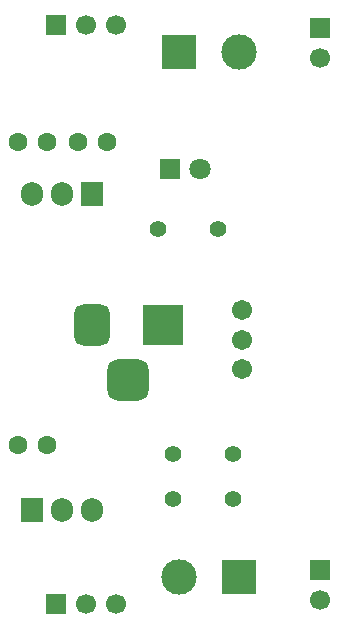
<source format=gbr>
%TF.GenerationSoftware,KiCad,Pcbnew,9.0.3*%
%TF.CreationDate,2025-07-16T16:29:30-04:00*%
%TF.ProjectId,Breadboard_Power_Supply,42726561-6462-46f6-9172-645f506f7765,rev?*%
%TF.SameCoordinates,Original*%
%TF.FileFunction,Soldermask,Top*%
%TF.FilePolarity,Negative*%
%FSLAX46Y46*%
G04 Gerber Fmt 4.6, Leading zero omitted, Abs format (unit mm)*
G04 Created by KiCad (PCBNEW 9.0.3) date 2025-07-16 16:29:30*
%MOMM*%
%LPD*%
G01*
G04 APERTURE LIST*
G04 Aperture macros list*
%AMRoundRect*
0 Rectangle with rounded corners*
0 $1 Rounding radius*
0 $2 $3 $4 $5 $6 $7 $8 $9 X,Y pos of 4 corners*
0 Add a 4 corners polygon primitive as box body*
4,1,4,$2,$3,$4,$5,$6,$7,$8,$9,$2,$3,0*
0 Add four circle primitives for the rounded corners*
1,1,$1+$1,$2,$3*
1,1,$1+$1,$4,$5*
1,1,$1+$1,$6,$7*
1,1,$1+$1,$8,$9*
0 Add four rect primitives between the rounded corners*
20,1,$1+$1,$2,$3,$4,$5,0*
20,1,$1+$1,$4,$5,$6,$7,0*
20,1,$1+$1,$6,$7,$8,$9,0*
20,1,$1+$1,$8,$9,$2,$3,0*%
G04 Aperture macros list end*
%ADD10C,1.600000*%
%ADD11R,3.000000X3.000000*%
%ADD12C,3.000000*%
%ADD13C,1.400000*%
%ADD14R,1.905000X2.000000*%
%ADD15O,1.905000X2.000000*%
%ADD16C,1.712000*%
%ADD17R,1.700000X1.700000*%
%ADD18C,1.700000*%
%ADD19R,1.800000X1.800000*%
%ADD20C,1.800000*%
%ADD21R,3.500000X3.500000*%
%ADD22RoundRect,0.750000X-0.750000X-1.000000X0.750000X-1.000000X0.750000X1.000000X-0.750000X1.000000X0*%
%ADD23RoundRect,0.875000X-0.875000X-0.875000X0.875000X-0.875000X0.875000X0.875000X-0.875000X0.875000X0*%
G04 APERTURE END LIST*
D10*
%TO.C,C1*%
X114162000Y-67609500D03*
X116662000Y-67609500D03*
%TD*%
D11*
%TO.C,J7*%
X127858000Y-104439500D03*
D12*
X122778000Y-104439500D03*
%TD*%
D13*
%TO.C,R1*%
X126075000Y-74975500D03*
X120995000Y-74975500D03*
%TD*%
%TO.C,R3*%
X122270000Y-97835500D03*
X127350000Y-97835500D03*
%TD*%
D10*
%TO.C,C2*%
X109082000Y-67609500D03*
X111582000Y-67609500D03*
%TD*%
D11*
%TO.C,J5*%
X122778000Y-59989500D03*
D12*
X127858000Y-59989500D03*
%TD*%
D14*
%TO.C,U1*%
X110332000Y-98785500D03*
D15*
X112872000Y-98785500D03*
X115412000Y-98785500D03*
%TD*%
D14*
%TO.C,U2*%
X115412000Y-71993500D03*
D15*
X112872000Y-71993500D03*
X110332000Y-71993500D03*
%TD*%
D13*
%TO.C,R2*%
X122270000Y-94025500D03*
X127350000Y-94025500D03*
%TD*%
D10*
%TO.C,C3*%
X109082000Y-93263500D03*
X111582000Y-93263500D03*
%TD*%
D16*
%TO.C,S1*%
X128112000Y-86833500D03*
X128112000Y-84333500D03*
X128112000Y-81833500D03*
%TD*%
D17*
%TO.C,J2*%
X134716000Y-103880700D03*
D18*
X134716000Y-106420700D03*
%TD*%
D17*
%TO.C,J1*%
X134716000Y-57952500D03*
D18*
X134716000Y-60492500D03*
%TD*%
D19*
%TO.C,D1*%
X122011000Y-69895500D03*
D20*
X124551000Y-69895500D03*
%TD*%
D21*
%TO.C,J6*%
X121412000Y-83103500D03*
D22*
X115412000Y-83103500D03*
D23*
X118412000Y-87803500D03*
%TD*%
D17*
%TO.C,J4*%
X112364000Y-106725500D03*
D18*
X114904000Y-106725500D03*
X117444000Y-106725500D03*
%TD*%
D17*
%TO.C,J3*%
X112364000Y-57703500D03*
D18*
X114904000Y-57703500D03*
X117444000Y-57703500D03*
%TD*%
M02*

</source>
